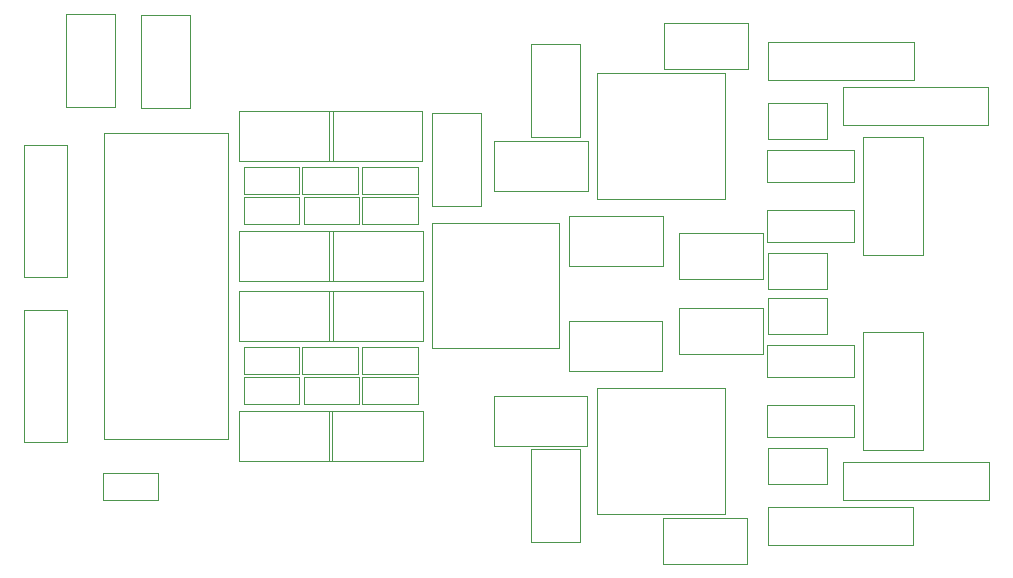
<source format=gbr>
G04 #@! TF.FileFunction,Other,User*
%FSLAX46Y46*%
G04 Gerber Fmt 4.6, Leading zero omitted, Abs format (unit mm)*
G04 Created by KiCad (PCBNEW 4.0.7) date 03/28/18 16:01:48*
%MOMM*%
%LPD*%
G01*
G04 APERTURE LIST*
%ADD10C,0.100000*%
%ADD11C,0.050000*%
G04 APERTURE END LIST*
D10*
D11*
X139580000Y-107830000D02*
X139580000Y-105530000D01*
X139580000Y-105530000D02*
X134880000Y-105530000D01*
X134880000Y-105530000D02*
X134880000Y-107830000D01*
X134880000Y-107830000D02*
X139580000Y-107830000D01*
X145728000Y-91032000D02*
X149928000Y-91032000D01*
X149928000Y-91032000D02*
X149928000Y-83132000D01*
X149928000Y-83132000D02*
X145728000Y-83132000D01*
X145728000Y-83132000D02*
X145728000Y-91032000D01*
X114740000Y-82650000D02*
X118940000Y-82650000D01*
X118940000Y-82650000D02*
X118940000Y-74750000D01*
X118940000Y-74750000D02*
X114740000Y-74750000D01*
X114740000Y-74750000D02*
X114740000Y-82650000D01*
X121090000Y-82730000D02*
X125290000Y-82730000D01*
X125290000Y-82730000D02*
X125290000Y-74830000D01*
X125290000Y-74830000D02*
X121090000Y-74830000D01*
X121090000Y-74830000D02*
X121090000Y-82730000D01*
X137340000Y-87190000D02*
X137340000Y-82990000D01*
X137340000Y-82990000D02*
X129440000Y-82990000D01*
X129440000Y-82990000D02*
X129440000Y-87190000D01*
X129440000Y-87190000D02*
X137340000Y-87190000D01*
X137340000Y-102430000D02*
X137340000Y-98230000D01*
X137340000Y-98230000D02*
X129440000Y-98230000D01*
X129440000Y-98230000D02*
X129440000Y-102430000D01*
X129440000Y-102430000D02*
X137340000Y-102430000D01*
X137340000Y-97350000D02*
X137340000Y-93150000D01*
X137340000Y-93150000D02*
X129440000Y-93150000D01*
X129440000Y-93150000D02*
X129440000Y-97350000D01*
X129440000Y-97350000D02*
X137340000Y-97350000D01*
X137260000Y-112590000D02*
X137260000Y-108390000D01*
X137260000Y-108390000D02*
X129360000Y-108390000D01*
X129360000Y-108390000D02*
X129360000Y-112590000D01*
X129360000Y-112590000D02*
X137260000Y-112590000D01*
X137060000Y-93150000D02*
X137060000Y-97350000D01*
X137060000Y-97350000D02*
X144960000Y-97350000D01*
X144960000Y-97350000D02*
X144960000Y-93150000D01*
X144960000Y-93150000D02*
X137060000Y-93150000D01*
X144880000Y-87190000D02*
X144880000Y-82990000D01*
X144880000Y-82990000D02*
X136980000Y-82990000D01*
X136980000Y-82990000D02*
X136980000Y-87190000D01*
X136980000Y-87190000D02*
X144880000Y-87190000D01*
X137060000Y-108390000D02*
X137060000Y-112590000D01*
X137060000Y-112590000D02*
X144960000Y-112590000D01*
X144960000Y-112590000D02*
X144960000Y-108390000D01*
X144960000Y-108390000D02*
X137060000Y-108390000D01*
X144960000Y-102430000D02*
X144960000Y-98230000D01*
X144960000Y-98230000D02*
X137060000Y-98230000D01*
X137060000Y-98230000D02*
X137060000Y-102430000D01*
X137060000Y-102430000D02*
X144960000Y-102430000D01*
X151030000Y-85530000D02*
X151030000Y-89730000D01*
X151030000Y-89730000D02*
X158930000Y-89730000D01*
X158930000Y-89730000D02*
X158930000Y-85530000D01*
X158930000Y-85530000D02*
X151030000Y-85530000D01*
X150950000Y-107120000D02*
X150950000Y-111320000D01*
X150950000Y-111320000D02*
X158850000Y-111320000D01*
X158850000Y-111320000D02*
X158850000Y-107120000D01*
X158850000Y-107120000D02*
X150950000Y-107120000D01*
X158310000Y-77290000D02*
X154110000Y-77290000D01*
X154110000Y-77290000D02*
X154110000Y-85190000D01*
X154110000Y-85190000D02*
X158310000Y-85190000D01*
X158310000Y-85190000D02*
X158310000Y-77290000D01*
X157380000Y-91880000D02*
X157380000Y-96080000D01*
X157380000Y-96080000D02*
X165280000Y-96080000D01*
X165280000Y-96080000D02*
X165280000Y-91880000D01*
X165280000Y-91880000D02*
X157380000Y-91880000D01*
X165200000Y-104970000D02*
X165200000Y-100770000D01*
X165200000Y-100770000D02*
X157300000Y-100770000D01*
X157300000Y-100770000D02*
X157300000Y-104970000D01*
X157300000Y-104970000D02*
X165200000Y-104970000D01*
X158310000Y-111580000D02*
X154110000Y-111580000D01*
X154110000Y-111580000D02*
X154110000Y-119480000D01*
X154110000Y-119480000D02*
X158310000Y-119480000D01*
X158310000Y-119480000D02*
X158310000Y-111580000D01*
X166670000Y-93300000D02*
X166670000Y-97200000D01*
X166670000Y-97200000D02*
X173770000Y-97200000D01*
X173770000Y-97200000D02*
X173770000Y-93300000D01*
X173770000Y-93300000D02*
X166670000Y-93300000D01*
X165400000Y-75520000D02*
X165400000Y-79420000D01*
X165400000Y-79420000D02*
X172500000Y-79420000D01*
X172500000Y-79420000D02*
X172500000Y-75520000D01*
X172500000Y-75520000D02*
X165400000Y-75520000D01*
X165320000Y-117430000D02*
X165320000Y-121330000D01*
X165320000Y-121330000D02*
X172420000Y-121330000D01*
X172420000Y-121330000D02*
X172420000Y-117430000D01*
X172420000Y-117430000D02*
X165320000Y-117430000D01*
X166670000Y-99650000D02*
X166670000Y-103550000D01*
X166670000Y-103550000D02*
X173770000Y-103550000D01*
X173770000Y-103550000D02*
X173770000Y-99650000D01*
X173770000Y-99650000D02*
X166670000Y-99650000D01*
X179150000Y-85370000D02*
X179150000Y-82270000D01*
X179150000Y-82270000D02*
X174150000Y-82270000D01*
X174150000Y-82270000D02*
X174150000Y-85370000D01*
X174150000Y-85370000D02*
X179150000Y-85370000D01*
X179150000Y-101880000D02*
X179150000Y-98780000D01*
X179150000Y-98780000D02*
X174150000Y-98780000D01*
X174150000Y-98780000D02*
X174150000Y-101880000D01*
X174150000Y-101880000D02*
X179150000Y-101880000D01*
X179150000Y-98070000D02*
X179150000Y-94970000D01*
X179150000Y-94970000D02*
X174150000Y-94970000D01*
X174150000Y-94970000D02*
X174150000Y-98070000D01*
X174150000Y-98070000D02*
X179150000Y-98070000D01*
X179150000Y-114580000D02*
X179150000Y-111480000D01*
X179150000Y-111480000D02*
X174150000Y-111480000D01*
X174150000Y-111480000D02*
X174150000Y-114580000D01*
X174150000Y-114580000D02*
X179150000Y-114580000D01*
X174110000Y-91360000D02*
X174110000Y-94060000D01*
X174110000Y-94060000D02*
X181510000Y-94060000D01*
X181510000Y-94060000D02*
X181510000Y-91360000D01*
X181510000Y-91360000D02*
X174110000Y-91360000D01*
X174110000Y-86280000D02*
X174110000Y-88980000D01*
X174110000Y-88980000D02*
X181510000Y-88980000D01*
X181510000Y-88980000D02*
X181510000Y-86280000D01*
X181510000Y-86280000D02*
X174110000Y-86280000D01*
X174110000Y-107870000D02*
X174110000Y-110570000D01*
X174110000Y-110570000D02*
X181510000Y-110570000D01*
X181510000Y-110570000D02*
X181510000Y-107870000D01*
X181510000Y-107870000D02*
X174110000Y-107870000D01*
X174110000Y-102790000D02*
X174110000Y-105490000D01*
X174110000Y-105490000D02*
X181510000Y-105490000D01*
X181510000Y-105490000D02*
X181510000Y-102790000D01*
X181510000Y-102790000D02*
X174110000Y-102790000D01*
X111230000Y-99800000D02*
X111230000Y-111000000D01*
X111230000Y-111000000D02*
X114830000Y-111000000D01*
X114830000Y-111000000D02*
X114830000Y-99800000D01*
X114830000Y-99800000D02*
X111230000Y-99800000D01*
X111230000Y-85830000D02*
X111230000Y-97030000D01*
X111230000Y-97030000D02*
X114830000Y-97030000D01*
X114830000Y-97030000D02*
X114830000Y-85830000D01*
X114830000Y-85830000D02*
X111230000Y-85830000D01*
X187270000Y-95210000D02*
X182270000Y-95210000D01*
X182270000Y-95210000D02*
X182270000Y-85210000D01*
X182270000Y-85210000D02*
X187270000Y-85210000D01*
X187270000Y-85210000D02*
X187270000Y-95210000D01*
X187270000Y-111720000D02*
X182270000Y-111720000D01*
X182270000Y-111720000D02*
X182270000Y-101720000D01*
X182270000Y-101720000D02*
X187270000Y-101720000D01*
X187270000Y-101720000D02*
X187270000Y-111720000D01*
X122562000Y-115958000D02*
X122562000Y-113658000D01*
X122562000Y-113658000D02*
X117862000Y-113658000D01*
X117862000Y-113658000D02*
X117862000Y-115958000D01*
X117862000Y-115958000D02*
X122562000Y-115958000D01*
X134500000Y-92590000D02*
X134500000Y-90290000D01*
X134500000Y-90290000D02*
X129800000Y-90290000D01*
X129800000Y-90290000D02*
X129800000Y-92590000D01*
X129800000Y-92590000D02*
X134500000Y-92590000D01*
X134500000Y-90050000D02*
X134500000Y-87750000D01*
X134500000Y-87750000D02*
X129800000Y-87750000D01*
X129800000Y-87750000D02*
X129800000Y-90050000D01*
X129800000Y-90050000D02*
X134500000Y-90050000D01*
X134500000Y-107830000D02*
X134500000Y-105530000D01*
X134500000Y-105530000D02*
X129800000Y-105530000D01*
X129800000Y-105530000D02*
X129800000Y-107830000D01*
X129800000Y-107830000D02*
X134500000Y-107830000D01*
X134500000Y-105290000D02*
X134500000Y-102990000D01*
X134500000Y-102990000D02*
X129800000Y-102990000D01*
X129800000Y-102990000D02*
X129800000Y-105290000D01*
X129800000Y-105290000D02*
X134500000Y-105290000D01*
X139580000Y-92590000D02*
X139580000Y-90290000D01*
X139580000Y-90290000D02*
X134880000Y-90290000D01*
X134880000Y-90290000D02*
X134880000Y-92590000D01*
X134880000Y-92590000D02*
X139580000Y-92590000D01*
X134740000Y-87750000D02*
X134740000Y-90050000D01*
X134740000Y-90050000D02*
X139440000Y-90050000D01*
X139440000Y-90050000D02*
X139440000Y-87750000D01*
X139440000Y-87750000D02*
X134740000Y-87750000D01*
X134740000Y-102990000D02*
X134740000Y-105290000D01*
X134740000Y-105290000D02*
X139440000Y-105290000D01*
X139440000Y-105290000D02*
X139440000Y-102990000D01*
X139440000Y-102990000D02*
X134740000Y-102990000D01*
X139820000Y-90290000D02*
X139820000Y-92590000D01*
X139820000Y-92590000D02*
X144520000Y-92590000D01*
X144520000Y-92590000D02*
X144520000Y-90290000D01*
X144520000Y-90290000D02*
X139820000Y-90290000D01*
X139820000Y-87750000D02*
X139820000Y-90050000D01*
X139820000Y-90050000D02*
X144520000Y-90050000D01*
X144520000Y-90050000D02*
X144520000Y-87750000D01*
X144520000Y-87750000D02*
X139820000Y-87750000D01*
X139820000Y-105530000D02*
X139820000Y-107830000D01*
X139820000Y-107830000D02*
X144520000Y-107830000D01*
X144520000Y-107830000D02*
X144520000Y-105530000D01*
X144520000Y-105530000D02*
X139820000Y-105530000D01*
X139820000Y-102990000D02*
X139820000Y-105290000D01*
X139820000Y-105290000D02*
X144520000Y-105290000D01*
X144520000Y-105290000D02*
X144520000Y-102990000D01*
X144520000Y-102990000D02*
X139820000Y-102990000D01*
X174210000Y-77140000D02*
X174210000Y-80340000D01*
X174210000Y-80340000D02*
X186510000Y-80340000D01*
X186510000Y-80340000D02*
X186510000Y-77140000D01*
X186510000Y-77140000D02*
X174210000Y-77140000D01*
X192820000Y-84150000D02*
X192820000Y-80950000D01*
X192820000Y-80950000D02*
X180520000Y-80950000D01*
X180520000Y-80950000D02*
X180520000Y-84150000D01*
X180520000Y-84150000D02*
X192820000Y-84150000D01*
X180560000Y-112700000D02*
X180560000Y-115900000D01*
X180560000Y-115900000D02*
X192860000Y-115900000D01*
X192860000Y-115900000D02*
X192860000Y-112700000D01*
X192860000Y-112700000D02*
X180560000Y-112700000D01*
X186470000Y-119710000D02*
X186470000Y-116510000D01*
X186470000Y-116510000D02*
X174170000Y-116510000D01*
X174170000Y-116510000D02*
X174170000Y-119710000D01*
X174170000Y-119710000D02*
X186470000Y-119710000D01*
X145770000Y-103050000D02*
X156470000Y-103050000D01*
X156470000Y-103050000D02*
X156470000Y-92500000D01*
X156470000Y-92500000D02*
X145770000Y-92500000D01*
X145770000Y-92500000D02*
X145770000Y-103050000D01*
X117930000Y-84810000D02*
X117930000Y-110760000D01*
X117930000Y-110760000D02*
X128480000Y-110760000D01*
X128480000Y-110760000D02*
X128480000Y-84810000D01*
X128480000Y-84810000D02*
X117930000Y-84810000D01*
X170510000Y-79730000D02*
X159710000Y-79730000D01*
X159710000Y-79730000D02*
X159710000Y-90430000D01*
X159710000Y-90430000D02*
X170510000Y-90430000D01*
X170510000Y-90430000D02*
X170510000Y-79730000D01*
X170510000Y-106400000D02*
X159710000Y-106400000D01*
X159710000Y-106400000D02*
X159710000Y-117100000D01*
X159710000Y-117100000D02*
X170510000Y-117100000D01*
X170510000Y-117100000D02*
X170510000Y-106400000D01*
M02*

</source>
